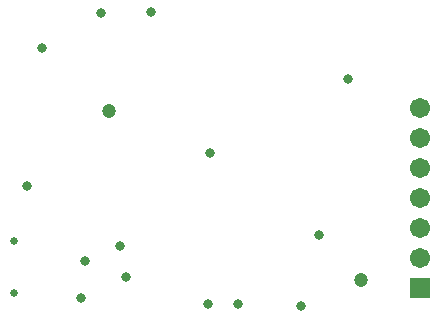
<source format=gbs>
G04*
G04 #@! TF.GenerationSoftware,Altium Limited,Altium Designer,21.0.9 (235)*
G04*
G04 Layer_Color=16711935*
%FSLAX25Y25*%
%MOIN*%
G70*
G04*
G04 #@! TF.SameCoordinates,28F69A72-3BD6-4D5A-B4D2-E5632D31EE07*
G04*
G04*
G04 #@! TF.FilePolarity,Negative*
G04*
G01*
G75*
%ADD36C,0.02572*%
%ADD37C,0.06706*%
%ADD38R,0.06706X0.06706*%
%ADD39C,0.03162*%
%ADD40C,0.04737*%
D36*
X108807Y135161D02*
D03*
Y117839D02*
D03*
D37*
X244000Y139500D02*
D03*
Y129500D02*
D03*
Y149500D02*
D03*
Y159500D02*
D03*
Y169500D02*
D03*
Y179500D02*
D03*
D38*
Y119500D02*
D03*
D39*
X220000Y189000D02*
D03*
X154500Y211500D02*
D03*
X174102Y164398D02*
D03*
X210500Y137000D02*
D03*
X113000Y153500D02*
D03*
X146000Y123000D02*
D03*
X132500Y128500D02*
D03*
X131000Y116000D02*
D03*
X183500Y114000D02*
D03*
X118000Y199500D02*
D03*
X173500Y114000D02*
D03*
X204500Y113500D02*
D03*
X144140Y133360D02*
D03*
X137744Y211000D02*
D03*
D40*
X140500Y178500D02*
D03*
X224500Y122000D02*
D03*
M02*

</source>
